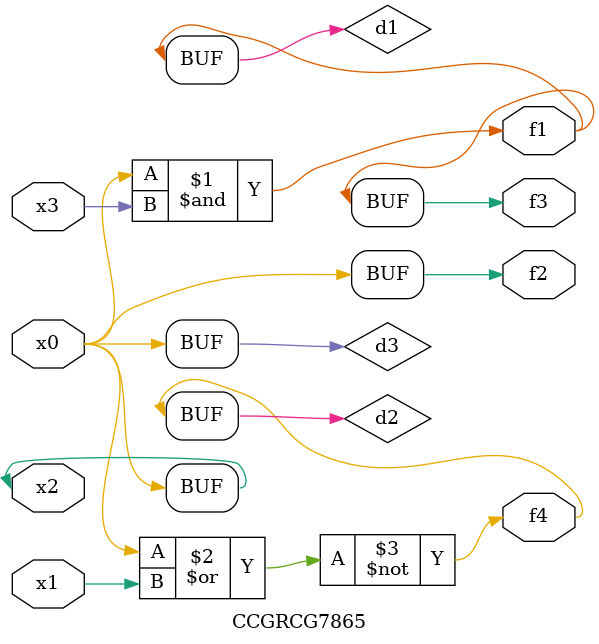
<source format=v>
module CCGRCG7865(
	input x0, x1, x2, x3,
	output f1, f2, f3, f4
);

	wire d1, d2, d3;

	and (d1, x2, x3);
	nor (d2, x0, x1);
	buf (d3, x0, x2);
	assign f1 = d1;
	assign f2 = d3;
	assign f3 = d1;
	assign f4 = d2;
endmodule

</source>
